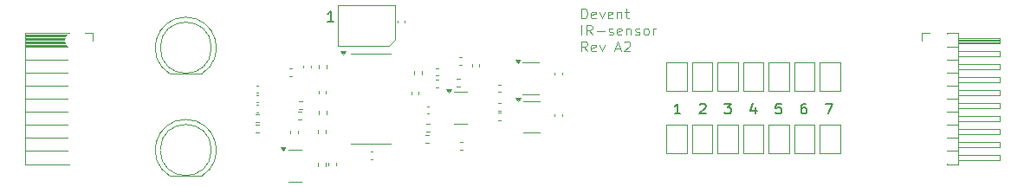
<source format=gbr>
%TF.GenerationSoftware,KiCad,Pcbnew,8.0.8+1*%
%TF.CreationDate,2025-01-23T15:05:36+01:00*%
%TF.ProjectId,IR-sensor,49522d73-656e-4736-9f72-2e6b69636164,rev?*%
%TF.SameCoordinates,Original*%
%TF.FileFunction,Legend,Top*%
%TF.FilePolarity,Positive*%
%FSLAX46Y46*%
G04 Gerber Fmt 4.6, Leading zero omitted, Abs format (unit mm)*
G04 Created by KiCad (PCBNEW 8.0.8+1) date 2025-01-23 15:05:37*
%MOMM*%
%LPD*%
G01*
G04 APERTURE LIST*
%ADD10C,0.150000*%
%ADD11C,0.100000*%
%ADD12C,0.120000*%
G04 APERTURE END LIST*
D10*
X111860588Y-61469819D02*
X111289160Y-61469819D01*
X111574874Y-61469819D02*
X111574874Y-60469819D01*
X111574874Y-60469819D02*
X111479636Y-60612676D01*
X111479636Y-60612676D02*
X111384398Y-60707914D01*
X111384398Y-60707914D02*
X111289160Y-60755533D01*
X113765351Y-60565057D02*
X113812970Y-60517438D01*
X113812970Y-60517438D02*
X113908208Y-60469819D01*
X113908208Y-60469819D02*
X114146303Y-60469819D01*
X114146303Y-60469819D02*
X114241541Y-60517438D01*
X114241541Y-60517438D02*
X114289160Y-60565057D01*
X114289160Y-60565057D02*
X114336779Y-60660295D01*
X114336779Y-60660295D02*
X114336779Y-60755533D01*
X114336779Y-60755533D02*
X114289160Y-60898390D01*
X114289160Y-60898390D02*
X113717732Y-61469819D01*
X113717732Y-61469819D02*
X114336779Y-61469819D01*
X116193923Y-60469819D02*
X116812970Y-60469819D01*
X116812970Y-60469819D02*
X116479637Y-60850771D01*
X116479637Y-60850771D02*
X116622494Y-60850771D01*
X116622494Y-60850771D02*
X116717732Y-60898390D01*
X116717732Y-60898390D02*
X116765351Y-60946009D01*
X116765351Y-60946009D02*
X116812970Y-61041247D01*
X116812970Y-61041247D02*
X116812970Y-61279342D01*
X116812970Y-61279342D02*
X116765351Y-61374580D01*
X116765351Y-61374580D02*
X116717732Y-61422200D01*
X116717732Y-61422200D02*
X116622494Y-61469819D01*
X116622494Y-61469819D02*
X116336780Y-61469819D01*
X116336780Y-61469819D02*
X116241542Y-61422200D01*
X116241542Y-61422200D02*
X116193923Y-61374580D01*
X119193923Y-60803152D02*
X119193923Y-61469819D01*
X118955828Y-60422200D02*
X118717733Y-61136485D01*
X118717733Y-61136485D02*
X119336780Y-61136485D01*
X121717733Y-60469819D02*
X121241543Y-60469819D01*
X121241543Y-60469819D02*
X121193924Y-60946009D01*
X121193924Y-60946009D02*
X121241543Y-60898390D01*
X121241543Y-60898390D02*
X121336781Y-60850771D01*
X121336781Y-60850771D02*
X121574876Y-60850771D01*
X121574876Y-60850771D02*
X121670114Y-60898390D01*
X121670114Y-60898390D02*
X121717733Y-60946009D01*
X121717733Y-60946009D02*
X121765352Y-61041247D01*
X121765352Y-61041247D02*
X121765352Y-61279342D01*
X121765352Y-61279342D02*
X121717733Y-61374580D01*
X121717733Y-61374580D02*
X121670114Y-61422200D01*
X121670114Y-61422200D02*
X121574876Y-61469819D01*
X121574876Y-61469819D02*
X121336781Y-61469819D01*
X121336781Y-61469819D02*
X121241543Y-61422200D01*
X121241543Y-61422200D02*
X121193924Y-61374580D01*
X124146305Y-60469819D02*
X123955829Y-60469819D01*
X123955829Y-60469819D02*
X123860591Y-60517438D01*
X123860591Y-60517438D02*
X123812972Y-60565057D01*
X123812972Y-60565057D02*
X123717734Y-60707914D01*
X123717734Y-60707914D02*
X123670115Y-60898390D01*
X123670115Y-60898390D02*
X123670115Y-61279342D01*
X123670115Y-61279342D02*
X123717734Y-61374580D01*
X123717734Y-61374580D02*
X123765353Y-61422200D01*
X123765353Y-61422200D02*
X123860591Y-61469819D01*
X123860591Y-61469819D02*
X124051067Y-61469819D01*
X124051067Y-61469819D02*
X124146305Y-61422200D01*
X124146305Y-61422200D02*
X124193924Y-61374580D01*
X124193924Y-61374580D02*
X124241543Y-61279342D01*
X124241543Y-61279342D02*
X124241543Y-61041247D01*
X124241543Y-61041247D02*
X124193924Y-60946009D01*
X124193924Y-60946009D02*
X124146305Y-60898390D01*
X124146305Y-60898390D02*
X124051067Y-60850771D01*
X124051067Y-60850771D02*
X123860591Y-60850771D01*
X123860591Y-60850771D02*
X123765353Y-60898390D01*
X123765353Y-60898390D02*
X123717734Y-60946009D01*
X123717734Y-60946009D02*
X123670115Y-61041247D01*
X126098687Y-60469819D02*
X126765353Y-60469819D01*
X126765353Y-60469819D02*
X126336782Y-61469819D01*
D11*
X102203884Y-52152531D02*
X102203884Y-51152531D01*
X102203884Y-51152531D02*
X102441979Y-51152531D01*
X102441979Y-51152531D02*
X102584836Y-51200150D01*
X102584836Y-51200150D02*
X102680074Y-51295388D01*
X102680074Y-51295388D02*
X102727693Y-51390626D01*
X102727693Y-51390626D02*
X102775312Y-51581102D01*
X102775312Y-51581102D02*
X102775312Y-51723959D01*
X102775312Y-51723959D02*
X102727693Y-51914435D01*
X102727693Y-51914435D02*
X102680074Y-52009673D01*
X102680074Y-52009673D02*
X102584836Y-52104912D01*
X102584836Y-52104912D02*
X102441979Y-52152531D01*
X102441979Y-52152531D02*
X102203884Y-52152531D01*
X103584836Y-52104912D02*
X103489598Y-52152531D01*
X103489598Y-52152531D02*
X103299122Y-52152531D01*
X103299122Y-52152531D02*
X103203884Y-52104912D01*
X103203884Y-52104912D02*
X103156265Y-52009673D01*
X103156265Y-52009673D02*
X103156265Y-51628721D01*
X103156265Y-51628721D02*
X103203884Y-51533483D01*
X103203884Y-51533483D02*
X103299122Y-51485864D01*
X103299122Y-51485864D02*
X103489598Y-51485864D01*
X103489598Y-51485864D02*
X103584836Y-51533483D01*
X103584836Y-51533483D02*
X103632455Y-51628721D01*
X103632455Y-51628721D02*
X103632455Y-51723959D01*
X103632455Y-51723959D02*
X103156265Y-51819197D01*
X103965789Y-51485864D02*
X104203884Y-52152531D01*
X104203884Y-52152531D02*
X104441979Y-51485864D01*
X105203884Y-52104912D02*
X105108646Y-52152531D01*
X105108646Y-52152531D02*
X104918170Y-52152531D01*
X104918170Y-52152531D02*
X104822932Y-52104912D01*
X104822932Y-52104912D02*
X104775313Y-52009673D01*
X104775313Y-52009673D02*
X104775313Y-51628721D01*
X104775313Y-51628721D02*
X104822932Y-51533483D01*
X104822932Y-51533483D02*
X104918170Y-51485864D01*
X104918170Y-51485864D02*
X105108646Y-51485864D01*
X105108646Y-51485864D02*
X105203884Y-51533483D01*
X105203884Y-51533483D02*
X105251503Y-51628721D01*
X105251503Y-51628721D02*
X105251503Y-51723959D01*
X105251503Y-51723959D02*
X104775313Y-51819197D01*
X105680075Y-51485864D02*
X105680075Y-52152531D01*
X105680075Y-51581102D02*
X105727694Y-51533483D01*
X105727694Y-51533483D02*
X105822932Y-51485864D01*
X105822932Y-51485864D02*
X105965789Y-51485864D01*
X105965789Y-51485864D02*
X106061027Y-51533483D01*
X106061027Y-51533483D02*
X106108646Y-51628721D01*
X106108646Y-51628721D02*
X106108646Y-52152531D01*
X106441980Y-51485864D02*
X106822932Y-51485864D01*
X106584837Y-51152531D02*
X106584837Y-52009673D01*
X106584837Y-52009673D02*
X106632456Y-52104912D01*
X106632456Y-52104912D02*
X106727694Y-52152531D01*
X106727694Y-52152531D02*
X106822932Y-52152531D01*
X102203884Y-53762475D02*
X102203884Y-52762475D01*
X103251502Y-53762475D02*
X102918169Y-53286284D01*
X102680074Y-53762475D02*
X102680074Y-52762475D01*
X102680074Y-52762475D02*
X103061026Y-52762475D01*
X103061026Y-52762475D02*
X103156264Y-52810094D01*
X103156264Y-52810094D02*
X103203883Y-52857713D01*
X103203883Y-52857713D02*
X103251502Y-52952951D01*
X103251502Y-52952951D02*
X103251502Y-53095808D01*
X103251502Y-53095808D02*
X103203883Y-53191046D01*
X103203883Y-53191046D02*
X103156264Y-53238665D01*
X103156264Y-53238665D02*
X103061026Y-53286284D01*
X103061026Y-53286284D02*
X102680074Y-53286284D01*
X103680074Y-53381522D02*
X104441979Y-53381522D01*
X104870550Y-53714856D02*
X104965788Y-53762475D01*
X104965788Y-53762475D02*
X105156264Y-53762475D01*
X105156264Y-53762475D02*
X105251502Y-53714856D01*
X105251502Y-53714856D02*
X105299121Y-53619617D01*
X105299121Y-53619617D02*
X105299121Y-53571998D01*
X105299121Y-53571998D02*
X105251502Y-53476760D01*
X105251502Y-53476760D02*
X105156264Y-53429141D01*
X105156264Y-53429141D02*
X105013407Y-53429141D01*
X105013407Y-53429141D02*
X104918169Y-53381522D01*
X104918169Y-53381522D02*
X104870550Y-53286284D01*
X104870550Y-53286284D02*
X104870550Y-53238665D01*
X104870550Y-53238665D02*
X104918169Y-53143427D01*
X104918169Y-53143427D02*
X105013407Y-53095808D01*
X105013407Y-53095808D02*
X105156264Y-53095808D01*
X105156264Y-53095808D02*
X105251502Y-53143427D01*
X106108645Y-53714856D02*
X106013407Y-53762475D01*
X106013407Y-53762475D02*
X105822931Y-53762475D01*
X105822931Y-53762475D02*
X105727693Y-53714856D01*
X105727693Y-53714856D02*
X105680074Y-53619617D01*
X105680074Y-53619617D02*
X105680074Y-53238665D01*
X105680074Y-53238665D02*
X105727693Y-53143427D01*
X105727693Y-53143427D02*
X105822931Y-53095808D01*
X105822931Y-53095808D02*
X106013407Y-53095808D01*
X106013407Y-53095808D02*
X106108645Y-53143427D01*
X106108645Y-53143427D02*
X106156264Y-53238665D01*
X106156264Y-53238665D02*
X106156264Y-53333903D01*
X106156264Y-53333903D02*
X105680074Y-53429141D01*
X106584836Y-53095808D02*
X106584836Y-53762475D01*
X106584836Y-53191046D02*
X106632455Y-53143427D01*
X106632455Y-53143427D02*
X106727693Y-53095808D01*
X106727693Y-53095808D02*
X106870550Y-53095808D01*
X106870550Y-53095808D02*
X106965788Y-53143427D01*
X106965788Y-53143427D02*
X107013407Y-53238665D01*
X107013407Y-53238665D02*
X107013407Y-53762475D01*
X107441979Y-53714856D02*
X107537217Y-53762475D01*
X107537217Y-53762475D02*
X107727693Y-53762475D01*
X107727693Y-53762475D02*
X107822931Y-53714856D01*
X107822931Y-53714856D02*
X107870550Y-53619617D01*
X107870550Y-53619617D02*
X107870550Y-53571998D01*
X107870550Y-53571998D02*
X107822931Y-53476760D01*
X107822931Y-53476760D02*
X107727693Y-53429141D01*
X107727693Y-53429141D02*
X107584836Y-53429141D01*
X107584836Y-53429141D02*
X107489598Y-53381522D01*
X107489598Y-53381522D02*
X107441979Y-53286284D01*
X107441979Y-53286284D02*
X107441979Y-53238665D01*
X107441979Y-53238665D02*
X107489598Y-53143427D01*
X107489598Y-53143427D02*
X107584836Y-53095808D01*
X107584836Y-53095808D02*
X107727693Y-53095808D01*
X107727693Y-53095808D02*
X107822931Y-53143427D01*
X108441979Y-53762475D02*
X108346741Y-53714856D01*
X108346741Y-53714856D02*
X108299122Y-53667236D01*
X108299122Y-53667236D02*
X108251503Y-53571998D01*
X108251503Y-53571998D02*
X108251503Y-53286284D01*
X108251503Y-53286284D02*
X108299122Y-53191046D01*
X108299122Y-53191046D02*
X108346741Y-53143427D01*
X108346741Y-53143427D02*
X108441979Y-53095808D01*
X108441979Y-53095808D02*
X108584836Y-53095808D01*
X108584836Y-53095808D02*
X108680074Y-53143427D01*
X108680074Y-53143427D02*
X108727693Y-53191046D01*
X108727693Y-53191046D02*
X108775312Y-53286284D01*
X108775312Y-53286284D02*
X108775312Y-53571998D01*
X108775312Y-53571998D02*
X108727693Y-53667236D01*
X108727693Y-53667236D02*
X108680074Y-53714856D01*
X108680074Y-53714856D02*
X108584836Y-53762475D01*
X108584836Y-53762475D02*
X108441979Y-53762475D01*
X109203884Y-53762475D02*
X109203884Y-53095808D01*
X109203884Y-53286284D02*
X109251503Y-53191046D01*
X109251503Y-53191046D02*
X109299122Y-53143427D01*
X109299122Y-53143427D02*
X109394360Y-53095808D01*
X109394360Y-53095808D02*
X109489598Y-53095808D01*
X102775312Y-55372419D02*
X102441979Y-54896228D01*
X102203884Y-55372419D02*
X102203884Y-54372419D01*
X102203884Y-54372419D02*
X102584836Y-54372419D01*
X102584836Y-54372419D02*
X102680074Y-54420038D01*
X102680074Y-54420038D02*
X102727693Y-54467657D01*
X102727693Y-54467657D02*
X102775312Y-54562895D01*
X102775312Y-54562895D02*
X102775312Y-54705752D01*
X102775312Y-54705752D02*
X102727693Y-54800990D01*
X102727693Y-54800990D02*
X102680074Y-54848609D01*
X102680074Y-54848609D02*
X102584836Y-54896228D01*
X102584836Y-54896228D02*
X102203884Y-54896228D01*
X103584836Y-55324800D02*
X103489598Y-55372419D01*
X103489598Y-55372419D02*
X103299122Y-55372419D01*
X103299122Y-55372419D02*
X103203884Y-55324800D01*
X103203884Y-55324800D02*
X103156265Y-55229561D01*
X103156265Y-55229561D02*
X103156265Y-54848609D01*
X103156265Y-54848609D02*
X103203884Y-54753371D01*
X103203884Y-54753371D02*
X103299122Y-54705752D01*
X103299122Y-54705752D02*
X103489598Y-54705752D01*
X103489598Y-54705752D02*
X103584836Y-54753371D01*
X103584836Y-54753371D02*
X103632455Y-54848609D01*
X103632455Y-54848609D02*
X103632455Y-54943847D01*
X103632455Y-54943847D02*
X103156265Y-55039085D01*
X103965789Y-54705752D02*
X104203884Y-55372419D01*
X104203884Y-55372419D02*
X104441979Y-54705752D01*
X105537218Y-55086704D02*
X106013408Y-55086704D01*
X105441980Y-55372419D02*
X105775313Y-54372419D01*
X105775313Y-54372419D02*
X106108646Y-55372419D01*
X106394361Y-54467657D02*
X106441980Y-54420038D01*
X106441980Y-54420038D02*
X106537218Y-54372419D01*
X106537218Y-54372419D02*
X106775313Y-54372419D01*
X106775313Y-54372419D02*
X106870551Y-54420038D01*
X106870551Y-54420038D02*
X106918170Y-54467657D01*
X106918170Y-54467657D02*
X106965789Y-54562895D01*
X106965789Y-54562895D02*
X106965789Y-54658133D01*
X106965789Y-54658133D02*
X106918170Y-54800990D01*
X106918170Y-54800990D02*
X106346742Y-55372419D01*
X106346742Y-55372419D02*
X106965789Y-55372419D01*
D10*
X77965714Y-52414819D02*
X77394286Y-52414819D01*
X77680000Y-52414819D02*
X77680000Y-51414819D01*
X77680000Y-51414819D02*
X77584762Y-51557676D01*
X77584762Y-51557676D02*
X77489524Y-51652914D01*
X77489524Y-51652914D02*
X77394286Y-51700533D01*
D12*
%TO.C,D4*%
X78380000Y-50835000D02*
X78380000Y-54835000D01*
X78380000Y-50835000D02*
X83980000Y-50835000D01*
X78380000Y-54835000D02*
X83380000Y-54835000D01*
X83980000Y-54235000D02*
X83380000Y-54835000D01*
X83980000Y-54235000D02*
X83980000Y-50835000D01*
%TO.C,R3*%
X76495000Y-61171359D02*
X76495000Y-61478641D01*
X77255000Y-61171359D02*
X77255000Y-61478641D01*
%TO.C,JP2*%
X113000000Y-56450000D02*
X115000000Y-56450000D01*
X113000000Y-59250000D02*
X113000000Y-56450000D01*
X115000000Y-56450000D02*
X115000000Y-59250000D01*
X115000000Y-59250000D02*
X113000000Y-59250000D01*
%TO.C,C7*%
X70627836Y-59640000D02*
X70412164Y-59640000D01*
X70627836Y-60360000D02*
X70412164Y-60360000D01*
%TO.C,D5*%
X61990000Y-57565000D02*
X65080000Y-57565000D01*
X61990170Y-57565000D02*
G75*
G02*
X63534952Y-52015000I1544830J2560000D01*
G01*
X63535048Y-52015000D02*
G75*
G02*
X65079830Y-57565000I-48J-2990000D01*
G01*
X66035000Y-55005000D02*
G75*
G02*
X61035000Y-55005000I-2500000J0D01*
G01*
X61035000Y-55005000D02*
G75*
G02*
X66035000Y-55005000I2500000J0D01*
G01*
%TO.C,C5*%
X99565000Y-57417164D02*
X99565000Y-57632836D01*
X100285000Y-57417164D02*
X100285000Y-57632836D01*
%TO.C,R12*%
X77455000Y-66548641D02*
X77455000Y-66241359D01*
X78215000Y-66548641D02*
X78215000Y-66241359D01*
%TO.C,R9*%
X70346359Y-62520000D02*
X70653641Y-62520000D01*
X70346359Y-63280000D02*
X70653641Y-63280000D01*
%TO.C,U1*%
X81625000Y-55565000D02*
X79675000Y-55565000D01*
X81625000Y-55565000D02*
X83575000Y-55565000D01*
X81625000Y-64435000D02*
X79675000Y-64435000D01*
X81625000Y-64435000D02*
X83575000Y-64435000D01*
X78925000Y-55630000D02*
X78685000Y-55300000D01*
X79165000Y-55300000D01*
X78925000Y-55630000D01*
G36*
X78925000Y-55630000D02*
G01*
X78685000Y-55300000D01*
X79165000Y-55300000D01*
X78925000Y-55630000D01*
G37*
%TO.C,U2*%
X97265000Y-56435000D02*
X96465000Y-56435000D01*
X97265000Y-56435000D02*
X98065000Y-56435000D01*
X97265000Y-59555000D02*
X96465000Y-59555000D01*
X97265000Y-59555000D02*
X98065000Y-59555000D01*
X95965000Y-56485000D02*
X95725000Y-56155000D01*
X96205000Y-56155000D01*
X95965000Y-56485000D01*
G36*
X95965000Y-56485000D02*
G01*
X95725000Y-56155000D01*
X96205000Y-56155000D01*
X95965000Y-56485000D01*
G37*
%TO.C,Q1*%
X74190000Y-65010000D02*
X73540000Y-65010000D01*
X74190000Y-65010000D02*
X74840000Y-65010000D01*
X74190000Y-68130000D02*
X73540000Y-68130000D01*
X74190000Y-68130000D02*
X74840000Y-68130000D01*
X73027500Y-65060000D02*
X72787500Y-64730000D01*
X73267500Y-64730000D01*
X73027500Y-65060000D01*
G36*
X73027500Y-65060000D02*
G01*
X72787500Y-64730000D01*
X73267500Y-64730000D01*
X73027500Y-65060000D01*
G37*
%TO.C,JP5*%
X120500000Y-56450000D02*
X122500000Y-56450000D01*
X120500000Y-59250000D02*
X120500000Y-56450000D01*
X122500000Y-56450000D02*
X122500000Y-59250000D01*
X122500000Y-59250000D02*
X120500000Y-59250000D01*
%TO.C,JP3*%
X115500000Y-56450000D02*
X117500000Y-56450000D01*
X115500000Y-59250000D02*
X115500000Y-56450000D01*
X117500000Y-56450000D02*
X117500000Y-59250000D01*
X117500000Y-59250000D02*
X115500000Y-59250000D01*
%TO.C,R1*%
X76565000Y-57028641D02*
X76565000Y-56721359D01*
X77325000Y-57028641D02*
X77325000Y-56721359D01*
%TO.C,R18*%
X90523641Y-55915000D02*
X90216359Y-55915000D01*
X90523641Y-56675000D02*
X90216359Y-56675000D01*
%TO.C,C18*%
X94077164Y-60425000D02*
X94292836Y-60425000D01*
X94077164Y-61145000D02*
X94292836Y-61145000D01*
%TO.C,R7*%
X90293641Y-58080000D02*
X89986359Y-58080000D01*
X90293641Y-58840000D02*
X89986359Y-58840000D01*
%TO.C,JP13*%
X123000000Y-62550000D02*
X125000000Y-62550000D01*
X123000000Y-65350000D02*
X123000000Y-62550000D01*
X125000000Y-62550000D02*
X125000000Y-65350000D01*
X125000000Y-65350000D02*
X123000000Y-65350000D01*
%TO.C,R11*%
X70346359Y-61520000D02*
X70653641Y-61520000D01*
X70346359Y-62280000D02*
X70653641Y-62280000D01*
%TO.C,Q2*%
X90395000Y-59315000D02*
X89745000Y-59315000D01*
X90395000Y-59315000D02*
X91045000Y-59315000D01*
X90395000Y-62435000D02*
X89745000Y-62435000D01*
X90395000Y-62435000D02*
X91045000Y-62435000D01*
X89232500Y-59365000D02*
X88992500Y-59035000D01*
X89472500Y-59035000D01*
X89232500Y-59365000D01*
G36*
X89232500Y-59365000D02*
G01*
X88992500Y-59035000D01*
X89472500Y-59035000D01*
X89232500Y-59365000D01*
G37*
%TO.C,C13*%
X88212836Y-57025000D02*
X87997164Y-57025000D01*
X88212836Y-57745000D02*
X87997164Y-57745000D01*
%TO.C,R8*%
X76445000Y-66558641D02*
X76445000Y-66251359D01*
X77205000Y-66558641D02*
X77205000Y-66251359D01*
%TO.C,D6*%
X61990000Y-67565000D02*
X65080000Y-67565000D01*
X61990170Y-67565000D02*
G75*
G02*
X63534952Y-62015000I1544830J2560000D01*
G01*
X63535048Y-62015000D02*
G75*
G02*
X65079830Y-67565000I-48J-2990000D01*
G01*
X66035000Y-65005000D02*
G75*
G02*
X61035000Y-65005000I-2500000J0D01*
G01*
X61035000Y-65005000D02*
G75*
G02*
X66035000Y-65005000I2500000J0D01*
G01*
%TO.C,JP4*%
X118000000Y-56450000D02*
X120000000Y-56450000D01*
X118000000Y-59250000D02*
X118000000Y-56450000D01*
X120000000Y-56450000D02*
X120000000Y-59250000D01*
X120000000Y-59250000D02*
X118000000Y-59250000D01*
%TO.C,R16*%
X85845000Y-57598641D02*
X85845000Y-57291359D01*
X86605000Y-57598641D02*
X86605000Y-57291359D01*
%TO.C,R14*%
X74577359Y-60247000D02*
X74884641Y-60247000D01*
X74577359Y-61007000D02*
X74884641Y-61007000D01*
%TO.C,R6*%
X90613641Y-64255000D02*
X90306359Y-64255000D01*
X90613641Y-65015000D02*
X90306359Y-65015000D01*
%TO.C,J3*%
X47820000Y-53590000D02*
X47820000Y-66410000D01*
X47820000Y-53590000D02*
X52122470Y-53590000D01*
X47820000Y-53710000D02*
X51933034Y-53710000D01*
X47820000Y-53820000D02*
X51828855Y-53820000D01*
X47820000Y-53930000D02*
X51758007Y-53930000D01*
X47820000Y-54040000D02*
X51710573Y-54040000D01*
X47820000Y-54150000D02*
X51682086Y-54150000D01*
X47820000Y-54260000D02*
X51670411Y-54260000D01*
X47820000Y-54370000D02*
X51674768Y-54370000D01*
X47820000Y-54480000D02*
X51695442Y-54480000D01*
X47820000Y-54590000D02*
X51733886Y-54590000D01*
X47820000Y-54700000D02*
X51793309Y-54700000D01*
X47820000Y-54810000D02*
X51880477Y-54810000D01*
X47820000Y-54920000D02*
X52012418Y-54920000D01*
X47820000Y-56190000D02*
X52012418Y-56190000D01*
X47820000Y-57460000D02*
X52012418Y-57460000D01*
X47820000Y-58730000D02*
X52012418Y-58730000D01*
X47820000Y-60000000D02*
X52012418Y-60000000D01*
X47820000Y-61270000D02*
X52012418Y-61270000D01*
X47820000Y-62540000D02*
X52012418Y-62540000D01*
X47820000Y-63810000D02*
X52012418Y-63810000D01*
X47820000Y-65080000D02*
X52012418Y-65080000D01*
X47820000Y-66410000D02*
X52122470Y-66410000D01*
X53700000Y-53525000D02*
X54460000Y-53525000D01*
X54460000Y-53525000D02*
X54460000Y-54285000D01*
%TO.C,C9*%
X87087164Y-60745000D02*
X87302836Y-60745000D01*
X87087164Y-61465000D02*
X87302836Y-61465000D01*
%TO.C,R4*%
X86971359Y-63585000D02*
X87278641Y-63585000D01*
X86971359Y-64345000D02*
X87278641Y-64345000D01*
%TO.C,J2*%
X135465000Y-53525000D02*
X136225000Y-53525000D01*
X135465000Y-54285000D02*
X135465000Y-53525000D01*
X137935000Y-53590000D02*
X139055000Y-53590000D01*
X137935000Y-53665323D02*
X137935000Y-53590000D01*
X137935000Y-54904677D02*
X137935000Y-54935323D01*
X137935000Y-54920000D02*
X139055000Y-54920000D01*
X137935000Y-56174677D02*
X137935000Y-56205323D01*
X137935000Y-56190000D02*
X139055000Y-56190000D01*
X137935000Y-57444677D02*
X137935000Y-57475323D01*
X137935000Y-57460000D02*
X139055000Y-57460000D01*
X137935000Y-58714677D02*
X137935000Y-58745323D01*
X137935000Y-58730000D02*
X139055000Y-58730000D01*
X137935000Y-59984677D02*
X137935000Y-60015323D01*
X137935000Y-60000000D02*
X139055000Y-60000000D01*
X137935000Y-61254677D02*
X137935000Y-61285323D01*
X137935000Y-61270000D02*
X139055000Y-61270000D01*
X137935000Y-62524677D02*
X137935000Y-62555323D01*
X137935000Y-62540000D02*
X139055000Y-62540000D01*
X137935000Y-63794677D02*
X137935000Y-63825323D01*
X137935000Y-63810000D02*
X139055000Y-63810000D01*
X137935000Y-65064677D02*
X137935000Y-65095323D01*
X137935000Y-65080000D02*
X139055000Y-65080000D01*
X137935000Y-66410000D02*
X137935000Y-66334677D01*
X139055000Y-53590000D02*
X139055000Y-66410000D01*
X139055000Y-54025000D02*
X143055000Y-54025000D01*
X139055000Y-54085000D02*
X143055000Y-54085000D01*
X139055000Y-54205000D02*
X143055000Y-54205000D01*
X139055000Y-54325000D02*
X143055000Y-54325000D01*
X139055000Y-54445000D02*
X143055000Y-54445000D01*
X139055000Y-55295000D02*
X143055000Y-55295000D01*
X139055000Y-56565000D02*
X143055000Y-56565000D01*
X139055000Y-57835000D02*
X143055000Y-57835000D01*
X139055000Y-59105000D02*
X143055000Y-59105000D01*
X139055000Y-60375000D02*
X143055000Y-60375000D01*
X139055000Y-61645000D02*
X143055000Y-61645000D01*
X139055000Y-62915000D02*
X143055000Y-62915000D01*
X139055000Y-64185000D02*
X143055000Y-64185000D01*
X139055000Y-65455000D02*
X143055000Y-65455000D01*
X139055000Y-66410000D02*
X137935000Y-66410000D01*
X143055000Y-54025000D02*
X143055000Y-54545000D01*
X143055000Y-54545000D02*
X139055000Y-54545000D01*
X143055000Y-55295000D02*
X143055000Y-55815000D01*
X143055000Y-55815000D02*
X139055000Y-55815000D01*
X143055000Y-56565000D02*
X143055000Y-57085000D01*
X143055000Y-57085000D02*
X139055000Y-57085000D01*
X143055000Y-57835000D02*
X143055000Y-58355000D01*
X143055000Y-58355000D02*
X139055000Y-58355000D01*
X143055000Y-59105000D02*
X143055000Y-59625000D01*
X143055000Y-59625000D02*
X139055000Y-59625000D01*
X143055000Y-60375000D02*
X143055000Y-60895000D01*
X143055000Y-60895000D02*
X139055000Y-60895000D01*
X143055000Y-61645000D02*
X143055000Y-62165000D01*
X143055000Y-62165000D02*
X139055000Y-62165000D01*
X143055000Y-62915000D02*
X143055000Y-63435000D01*
X143055000Y-63435000D02*
X139055000Y-63435000D01*
X143055000Y-64185000D02*
X143055000Y-64705000D01*
X143055000Y-64705000D02*
X139055000Y-64705000D01*
X143055000Y-65455000D02*
X143055000Y-65975000D01*
X143055000Y-65975000D02*
X139055000Y-65975000D01*
%TO.C,JP1*%
X110500000Y-56450000D02*
X112500000Y-56450000D01*
X110500000Y-59250000D02*
X110500000Y-56450000D01*
X112500000Y-56450000D02*
X112500000Y-59250000D01*
X112500000Y-59250000D02*
X110500000Y-59250000D01*
%TO.C,C8*%
X81607164Y-65155000D02*
X81822836Y-65155000D01*
X81607164Y-65875000D02*
X81822836Y-65875000D01*
%TO.C,JP10*%
X115500000Y-62550000D02*
X117500000Y-62550000D01*
X115500000Y-65350000D02*
X115500000Y-62550000D01*
X117500000Y-62550000D02*
X117500000Y-65350000D01*
X117500000Y-65350000D02*
X115500000Y-65350000D01*
%TO.C,JP9*%
X113000000Y-62550000D02*
X115000000Y-62550000D01*
X113000000Y-65350000D02*
X113000000Y-62550000D01*
X115000000Y-62550000D02*
X115000000Y-65350000D01*
X115000000Y-65350000D02*
X113000000Y-65350000D01*
%TO.C,C3*%
X84225000Y-52347164D02*
X84225000Y-52562836D01*
X84945000Y-52347164D02*
X84945000Y-52562836D01*
%TO.C,R17*%
X88248641Y-58105000D02*
X87941359Y-58105000D01*
X88248641Y-58865000D02*
X87941359Y-58865000D01*
%TO.C,C16*%
X94077164Y-61365000D02*
X94292836Y-61365000D01*
X94077164Y-62085000D02*
X94292836Y-62085000D01*
%TO.C,JP11*%
X118000000Y-62550000D02*
X120000000Y-62550000D01*
X118000000Y-65350000D02*
X118000000Y-62550000D01*
X120000000Y-62550000D02*
X120000000Y-65350000D01*
X120000000Y-65350000D02*
X118000000Y-65350000D01*
%TO.C,C15*%
X73877836Y-57040000D02*
X73662164Y-57040000D01*
X73877836Y-57760000D02*
X73662164Y-57760000D01*
%TO.C,C1*%
X75025000Y-56972836D02*
X75025000Y-56757164D01*
X75745000Y-56972836D02*
X75745000Y-56757164D01*
%TO.C,C2*%
X76505000Y-59237164D02*
X76505000Y-59452836D01*
X77225000Y-59237164D02*
X77225000Y-59452836D01*
%TO.C,R15*%
X74521359Y-61295000D02*
X74828641Y-61295000D01*
X74521359Y-62055000D02*
X74828641Y-62055000D01*
%TO.C,R2*%
X76485000Y-63071359D02*
X76485000Y-63378641D01*
X77245000Y-63071359D02*
X77245000Y-63378641D01*
%TO.C,C12*%
X94057164Y-58595000D02*
X94272836Y-58595000D01*
X94057164Y-59315000D02*
X94272836Y-59315000D01*
%TO.C,JP12*%
X120500000Y-62550000D02*
X122500000Y-62550000D01*
X120500000Y-65350000D02*
X120500000Y-62550000D01*
X122500000Y-62550000D02*
X122500000Y-65350000D01*
X122500000Y-65350000D02*
X120500000Y-65350000D01*
%TO.C,C11*%
X91495000Y-56612164D02*
X91495000Y-56827836D01*
X92215000Y-56612164D02*
X92215000Y-56827836D01*
%TO.C,C4*%
X70627836Y-60590000D02*
X70412164Y-60590000D01*
X70627836Y-61310000D02*
X70412164Y-61310000D01*
%TO.C,C6*%
X73780000Y-63152164D02*
X73780000Y-63367836D01*
X74500000Y-63152164D02*
X74500000Y-63367836D01*
%TO.C,JP14*%
X125500000Y-62550000D02*
X127500000Y-62550000D01*
X125500000Y-65350000D02*
X125500000Y-62550000D01*
X127500000Y-62550000D02*
X127500000Y-65350000D01*
X127500000Y-65350000D02*
X125500000Y-65350000D01*
%TO.C,JP7*%
X125500000Y-56450000D02*
X127500000Y-56450000D01*
X125500000Y-59250000D02*
X125500000Y-56450000D01*
X127500000Y-56450000D02*
X127500000Y-59250000D01*
X127500000Y-59250000D02*
X125500000Y-59250000D01*
%TO.C,R5*%
X87031359Y-62415000D02*
X87338641Y-62415000D01*
X87031359Y-63175000D02*
X87338641Y-63175000D01*
%TO.C,C14*%
X70617836Y-58680000D02*
X70402164Y-58680000D01*
X70617836Y-59400000D02*
X70402164Y-59400000D01*
%TO.C,JP6*%
X123000000Y-56450000D02*
X125000000Y-56450000D01*
X123000000Y-59250000D02*
X123000000Y-56450000D01*
X125000000Y-56450000D02*
X125000000Y-59250000D01*
X125000000Y-59250000D02*
X123000000Y-59250000D01*
%TO.C,C10*%
X85565000Y-59337164D02*
X85565000Y-59552836D01*
X86285000Y-59337164D02*
X86285000Y-59552836D01*
%TO.C,U4*%
X97285000Y-60205000D02*
X96485000Y-60205000D01*
X97285000Y-60205000D02*
X98085000Y-60205000D01*
X97285000Y-63325000D02*
X96485000Y-63325000D01*
X97285000Y-63325000D02*
X98085000Y-63325000D01*
X95985000Y-60255000D02*
X95745000Y-59925000D01*
X96225000Y-59925000D01*
X95985000Y-60255000D01*
G36*
X95985000Y-60255000D02*
G01*
X95745000Y-59925000D01*
X96225000Y-59925000D01*
X95985000Y-60255000D01*
G37*
%TO.C,JP8*%
X110500000Y-62550000D02*
X112500000Y-62550000D01*
X110500000Y-65350000D02*
X110500000Y-62550000D01*
X112500000Y-62550000D02*
X112500000Y-65350000D01*
X112500000Y-65350000D02*
X110500000Y-65350000D01*
%TO.C,C17*%
X99595000Y-61712836D02*
X99595000Y-61497164D01*
X100315000Y-61712836D02*
X100315000Y-61497164D01*
%TD*%
M02*

</source>
